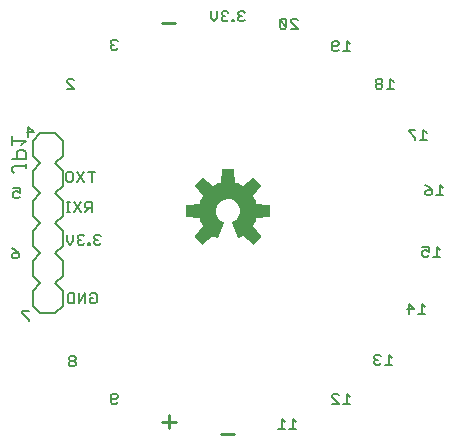
<source format=gbr>
G04 EAGLE Gerber RS-274X export*
G75*
%MOMM*%
%FSLAX34Y34*%
%LPD*%
%INSilkscreen Bottom*%
%IPPOS*%
%AMOC8*
5,1,8,0,0,1.08239X$1,22.5*%
G01*
%ADD10C,0.152400*%
%ADD11C,0.279400*%
%ADD12C,0.203200*%
%ADD13C,0.127000*%

G36*
X21633Y-18154D02*
X21633Y-18154D01*
X21741Y-18144D01*
X21754Y-18138D01*
X21768Y-18136D01*
X21865Y-18088D01*
X21964Y-18043D01*
X21977Y-18032D01*
X21986Y-18028D01*
X22001Y-18012D01*
X22078Y-17950D01*
X28110Y-11918D01*
X28160Y-11847D01*
X28165Y-11843D01*
X28167Y-11839D01*
X28173Y-11830D01*
X28239Y-11744D01*
X28244Y-11731D01*
X28252Y-11719D01*
X28283Y-11616D01*
X28319Y-11513D01*
X28319Y-11499D01*
X28323Y-11486D01*
X28319Y-11378D01*
X28320Y-11269D01*
X28315Y-11256D01*
X28315Y-11242D01*
X28277Y-11140D01*
X28242Y-11038D01*
X28233Y-11023D01*
X28229Y-11014D01*
X28215Y-10997D01*
X28161Y-10915D01*
X21307Y-2509D01*
X22345Y-623D01*
X22353Y-601D01*
X22381Y-549D01*
X23398Y1907D01*
X23404Y1930D01*
X23426Y1985D01*
X24025Y4053D01*
X34815Y5150D01*
X34919Y5178D01*
X35025Y5203D01*
X35037Y5210D01*
X35050Y5213D01*
X35140Y5274D01*
X35233Y5331D01*
X35241Y5342D01*
X35253Y5350D01*
X35319Y5436D01*
X35388Y5520D01*
X35392Y5533D01*
X35401Y5544D01*
X35435Y5647D01*
X35474Y5748D01*
X35475Y5766D01*
X35479Y5775D01*
X35479Y5797D01*
X35488Y5895D01*
X35488Y14425D01*
X35471Y14532D01*
X35457Y14640D01*
X35451Y14652D01*
X35449Y14666D01*
X35397Y14762D01*
X35350Y14859D01*
X35340Y14869D01*
X35334Y14881D01*
X35254Y14955D01*
X35178Y15032D01*
X35166Y15038D01*
X35156Y15048D01*
X35057Y15093D01*
X34960Y15141D01*
X34942Y15145D01*
X34933Y15149D01*
X34912Y15151D01*
X34815Y15170D01*
X24025Y16267D01*
X23426Y18335D01*
X23415Y18356D01*
X23398Y18413D01*
X22381Y20869D01*
X22368Y20889D01*
X22345Y20943D01*
X21307Y22829D01*
X28161Y31235D01*
X28215Y31329D01*
X28272Y31421D01*
X28275Y31434D01*
X28282Y31446D01*
X28303Y31553D01*
X28328Y31658D01*
X28326Y31672D01*
X28329Y31686D01*
X28314Y31793D01*
X28304Y31901D01*
X28298Y31914D01*
X28296Y31928D01*
X28248Y32025D01*
X28203Y32124D01*
X28192Y32137D01*
X28188Y32146D01*
X28172Y32161D01*
X28110Y32238D01*
X22078Y38270D01*
X21990Y38333D01*
X21904Y38399D01*
X21891Y38404D01*
X21879Y38412D01*
X21776Y38443D01*
X21673Y38479D01*
X21659Y38479D01*
X21646Y38483D01*
X21538Y38479D01*
X21429Y38480D01*
X21416Y38475D01*
X21402Y38475D01*
X21300Y38437D01*
X21198Y38402D01*
X21183Y38393D01*
X21174Y38389D01*
X21157Y38375D01*
X21075Y38321D01*
X12669Y31467D01*
X10783Y32505D01*
X10761Y32513D01*
X10709Y32541D01*
X8253Y33558D01*
X8230Y33564D01*
X8175Y33586D01*
X6107Y34185D01*
X5010Y44975D01*
X4982Y45079D01*
X4957Y45185D01*
X4950Y45197D01*
X4947Y45210D01*
X4886Y45300D01*
X4829Y45393D01*
X4818Y45401D01*
X4810Y45413D01*
X4724Y45479D01*
X4640Y45548D01*
X4627Y45552D01*
X4616Y45561D01*
X4513Y45595D01*
X4412Y45634D01*
X4394Y45635D01*
X4385Y45639D01*
X4363Y45639D01*
X4265Y45648D01*
X-4265Y45648D01*
X-4372Y45631D01*
X-4480Y45617D01*
X-4492Y45611D01*
X-4506Y45609D01*
X-4602Y45557D01*
X-4699Y45510D01*
X-4709Y45500D01*
X-4721Y45494D01*
X-4795Y45414D01*
X-4872Y45338D01*
X-4878Y45326D01*
X-4888Y45316D01*
X-4933Y45217D01*
X-4981Y45120D01*
X-4985Y45102D01*
X-4989Y45093D01*
X-4991Y45072D01*
X-5010Y44975D01*
X-6107Y34185D01*
X-8175Y33586D01*
X-8196Y33575D01*
X-8253Y33558D01*
X-10709Y32541D01*
X-10729Y32528D01*
X-10783Y32505D01*
X-12669Y31467D01*
X-21075Y38321D01*
X-21169Y38375D01*
X-21261Y38432D01*
X-21274Y38435D01*
X-21286Y38442D01*
X-21393Y38463D01*
X-21498Y38488D01*
X-21512Y38486D01*
X-21526Y38489D01*
X-21633Y38474D01*
X-21741Y38464D01*
X-21754Y38458D01*
X-21768Y38456D01*
X-21865Y38408D01*
X-21964Y38363D01*
X-21977Y38352D01*
X-21986Y38348D01*
X-22001Y38332D01*
X-22078Y38270D01*
X-28110Y32238D01*
X-28173Y32150D01*
X-28239Y32064D01*
X-28244Y32051D01*
X-28252Y32039D01*
X-28283Y31936D01*
X-28319Y31833D01*
X-28319Y31819D01*
X-28323Y31806D01*
X-28319Y31698D01*
X-28320Y31589D01*
X-28315Y31576D01*
X-28315Y31562D01*
X-28277Y31460D01*
X-28242Y31358D01*
X-28233Y31343D01*
X-28229Y31334D01*
X-28215Y31317D01*
X-28161Y31235D01*
X-21307Y22829D01*
X-22345Y20943D01*
X-22353Y20921D01*
X-22381Y20869D01*
X-23398Y18413D01*
X-23404Y18390D01*
X-23426Y18335D01*
X-24025Y16267D01*
X-34815Y15170D01*
X-34919Y15142D01*
X-35025Y15117D01*
X-35037Y15110D01*
X-35050Y15107D01*
X-35140Y15046D01*
X-35233Y14989D01*
X-35241Y14978D01*
X-35253Y14970D01*
X-35319Y14884D01*
X-35388Y14800D01*
X-35392Y14787D01*
X-35401Y14776D01*
X-35435Y14673D01*
X-35474Y14572D01*
X-35475Y14554D01*
X-35479Y14545D01*
X-35479Y14523D01*
X-35488Y14425D01*
X-35488Y5895D01*
X-35471Y5788D01*
X-35457Y5680D01*
X-35451Y5668D01*
X-35449Y5654D01*
X-35397Y5558D01*
X-35350Y5461D01*
X-35340Y5451D01*
X-35334Y5439D01*
X-35254Y5365D01*
X-35178Y5288D01*
X-35166Y5282D01*
X-35156Y5272D01*
X-35057Y5227D01*
X-34960Y5179D01*
X-34942Y5175D01*
X-34933Y5171D01*
X-34912Y5169D01*
X-34815Y5150D01*
X-24025Y4053D01*
X-23426Y1985D01*
X-23415Y1964D01*
X-23398Y1907D01*
X-22381Y-549D01*
X-22368Y-569D01*
X-22345Y-623D01*
X-21307Y-2509D01*
X-28161Y-10915D01*
X-28215Y-11009D01*
X-28272Y-11101D01*
X-28275Y-11114D01*
X-28282Y-11126D01*
X-28303Y-11233D01*
X-28328Y-11338D01*
X-28326Y-11352D01*
X-28329Y-11366D01*
X-28314Y-11473D01*
X-28304Y-11581D01*
X-28298Y-11594D01*
X-28296Y-11608D01*
X-28248Y-11705D01*
X-28203Y-11804D01*
X-28192Y-11817D01*
X-28188Y-11826D01*
X-28172Y-11841D01*
X-28110Y-11918D01*
X-22078Y-17950D01*
X-21990Y-18013D01*
X-21904Y-18079D01*
X-21891Y-18084D01*
X-21879Y-18092D01*
X-21776Y-18123D01*
X-21673Y-18159D01*
X-21659Y-18159D01*
X-21646Y-18163D01*
X-21538Y-18159D01*
X-21429Y-18160D01*
X-21416Y-18155D01*
X-21402Y-18155D01*
X-21300Y-18117D01*
X-21198Y-18082D01*
X-21183Y-18073D01*
X-21174Y-18069D01*
X-21157Y-18055D01*
X-21075Y-18001D01*
X-12675Y-11152D01*
X-11388Y-11884D01*
X-11369Y-11891D01*
X-11333Y-11912D01*
X-9524Y-12751D01*
X-9486Y-12761D01*
X-9450Y-12780D01*
X-9369Y-12794D01*
X-9289Y-12816D01*
X-9249Y-12814D01*
X-9210Y-12820D01*
X-9128Y-12807D01*
X-9045Y-12802D01*
X-9008Y-12787D01*
X-8969Y-12781D01*
X-8896Y-12742D01*
X-8819Y-12711D01*
X-8789Y-12685D01*
X-8753Y-12666D01*
X-8697Y-12606D01*
X-8634Y-12552D01*
X-8614Y-12517D01*
X-8587Y-12488D01*
X-8517Y-12358D01*
X-3494Y-232D01*
X-3469Y-124D01*
X-3440Y-16D01*
X-3441Y-5D01*
X-3438Y6D01*
X-3449Y116D01*
X-3457Y228D01*
X-3461Y238D01*
X-3462Y249D01*
X-3508Y350D01*
X-3551Y453D01*
X-3558Y461D01*
X-3563Y471D01*
X-3639Y552D01*
X-3713Y636D01*
X-3724Y643D01*
X-3730Y649D01*
X-3747Y658D01*
X-3836Y717D01*
X-5586Y1644D01*
X-7078Y2836D01*
X-8321Y4287D01*
X-9271Y5944D01*
X-9896Y7749D01*
X-10172Y9639D01*
X-10090Y11547D01*
X-9654Y13407D01*
X-8878Y15152D01*
X-7790Y16722D01*
X-6427Y18061D01*
X-4839Y19122D01*
X-3081Y19868D01*
X-1214Y20273D01*
X695Y20321D01*
X2580Y20013D01*
X4375Y19358D01*
X6015Y18379D01*
X7444Y17112D01*
X8611Y15600D01*
X9475Y13897D01*
X10006Y12062D01*
X10186Y10156D01*
X10042Y8454D01*
X9615Y6796D01*
X8915Y5233D01*
X8576Y4725D01*
X8075Y3976D01*
X8075Y3975D01*
X7964Y3809D01*
X6788Y2565D01*
X5420Y1536D01*
X3842Y721D01*
X3750Y652D01*
X3657Y585D01*
X3652Y579D01*
X3646Y575D01*
X3581Y480D01*
X3514Y387D01*
X3512Y380D01*
X3508Y374D01*
X3477Y263D01*
X3443Y154D01*
X3443Y146D01*
X3442Y139D01*
X3447Y25D01*
X3451Y-90D01*
X3454Y-99D01*
X3454Y-105D01*
X3460Y-119D01*
X3494Y-232D01*
X8517Y-12358D01*
X8538Y-12392D01*
X8551Y-12430D01*
X8602Y-12495D01*
X8646Y-12565D01*
X8677Y-12590D01*
X8701Y-12622D01*
X8770Y-12667D01*
X8834Y-12720D01*
X8872Y-12734D01*
X8905Y-12756D01*
X8985Y-12777D01*
X9063Y-12806D01*
X9103Y-12807D01*
X9141Y-12817D01*
X9224Y-12811D01*
X9306Y-12814D01*
X9345Y-12802D01*
X9385Y-12799D01*
X9524Y-12751D01*
X11333Y-11912D01*
X11349Y-11901D01*
X11388Y-11884D01*
X12675Y-11152D01*
X21075Y-18001D01*
X21169Y-18055D01*
X21261Y-18112D01*
X21274Y-18115D01*
X21286Y-18122D01*
X21393Y-18143D01*
X21498Y-18168D01*
X21512Y-18166D01*
X21526Y-18169D01*
X21633Y-18154D01*
G37*
D10*
X-115403Y35052D02*
X-115403Y43695D01*
X-112522Y43695D02*
X-118284Y43695D01*
X-121877Y43695D02*
X-127639Y35052D01*
X-121877Y35052D02*
X-127639Y43695D01*
X-132673Y43695D02*
X-135554Y43695D01*
X-132673Y43695D02*
X-131232Y42255D01*
X-131232Y36493D01*
X-132673Y35052D01*
X-135554Y35052D01*
X-136995Y36493D01*
X-136995Y42255D01*
X-135554Y43695D01*
X-115062Y18295D02*
X-115062Y9652D01*
X-115062Y18295D02*
X-119384Y18295D01*
X-120824Y16855D01*
X-120824Y13974D01*
X-119384Y12533D01*
X-115062Y12533D01*
X-117943Y12533D02*
X-120824Y9652D01*
X-130179Y9652D02*
X-124417Y18295D01*
X-130179Y18295D02*
X-124417Y9652D01*
X-133772Y9652D02*
X-136654Y9652D01*
X-135213Y9652D02*
X-135213Y18295D01*
X-133772Y18295D02*
X-136654Y18295D01*
X-108883Y-9645D02*
X-107442Y-11085D01*
X-108883Y-9645D02*
X-111764Y-9645D01*
X-113204Y-11085D01*
X-113204Y-12526D01*
X-111764Y-13966D01*
X-110323Y-13966D01*
X-111764Y-13966D02*
X-113204Y-15407D01*
X-113204Y-16847D01*
X-111764Y-18288D01*
X-108883Y-18288D01*
X-107442Y-16847D01*
X-116797Y-16847D02*
X-116797Y-18288D01*
X-116797Y-16847D02*
X-118238Y-16847D01*
X-118238Y-18288D01*
X-116797Y-18288D01*
X-121475Y-11085D02*
X-122915Y-9645D01*
X-125796Y-9645D01*
X-127237Y-11085D01*
X-127237Y-12526D01*
X-125796Y-13966D01*
X-124356Y-13966D01*
X-125796Y-13966D02*
X-127237Y-15407D01*
X-127237Y-16847D01*
X-125796Y-18288D01*
X-122915Y-18288D01*
X-121475Y-16847D01*
X-130830Y-15407D02*
X-130830Y-9645D01*
X-130830Y-15407D02*
X-133711Y-18288D01*
X-136592Y-15407D01*
X-136592Y-9645D01*
X-115574Y-59175D02*
X-117014Y-60615D01*
X-115574Y-59175D02*
X-112693Y-59175D01*
X-111252Y-60615D01*
X-111252Y-66377D01*
X-112693Y-67818D01*
X-115574Y-67818D01*
X-117014Y-66377D01*
X-117014Y-63496D01*
X-114133Y-63496D01*
X-120607Y-59175D02*
X-120607Y-67818D01*
X-126369Y-67818D02*
X-120607Y-59175D01*
X-126369Y-59175D02*
X-126369Y-67818D01*
X-129962Y-67818D02*
X-129962Y-59175D01*
X-129962Y-67818D02*
X-134284Y-67818D01*
X-135725Y-66377D01*
X-135725Y-60615D01*
X-134284Y-59175D01*
X-129962Y-59175D01*
X-168914Y73152D02*
X-168914Y81795D01*
X-164592Y77474D01*
X-170354Y77474D01*
X-136064Y113792D02*
X-130302Y113792D01*
X-136064Y119554D01*
X-136064Y120995D01*
X-134624Y122435D01*
X-131743Y122435D01*
X-130302Y120995D01*
X-94913Y155455D02*
X-93472Y154015D01*
X-94913Y155455D02*
X-97794Y155455D01*
X-99234Y154015D01*
X-99234Y152574D01*
X-97794Y151134D01*
X-96353Y151134D01*
X-97794Y151134D02*
X-99234Y149693D01*
X-99234Y148253D01*
X-97794Y146812D01*
X-94913Y146812D01*
X-93472Y148253D01*
D11*
X-55593Y169679D02*
X-44577Y169679D01*
D10*
X13037Y179585D02*
X14478Y178145D01*
X13037Y179585D02*
X10156Y179585D01*
X8716Y178145D01*
X8716Y176704D01*
X10156Y175264D01*
X11597Y175264D01*
X10156Y175264D02*
X8716Y173823D01*
X8716Y172383D01*
X10156Y170942D01*
X13037Y170942D01*
X14478Y172383D01*
X5123Y172383D02*
X5123Y170942D01*
X5123Y172383D02*
X3682Y172383D01*
X3682Y170942D01*
X5123Y170942D01*
X445Y178145D02*
X-995Y179585D01*
X-3876Y179585D01*
X-5317Y178145D01*
X-5317Y176704D01*
X-3876Y175264D01*
X-2436Y175264D01*
X-3876Y175264D02*
X-5317Y173823D01*
X-5317Y172383D01*
X-3876Y170942D01*
X-995Y170942D01*
X445Y172383D01*
X-8910Y173823D02*
X-8910Y179585D01*
X-8910Y173823D02*
X-11791Y170942D01*
X-14672Y173823D01*
X-14672Y179585D01*
X53166Y164592D02*
X58928Y164592D01*
X53166Y170354D01*
X53166Y171795D01*
X54606Y173235D01*
X57487Y173235D01*
X58928Y171795D01*
X49573Y171795D02*
X49573Y166033D01*
X49573Y171795D02*
X48132Y173235D01*
X45251Y173235D01*
X43811Y171795D01*
X43811Y166033D01*
X45251Y164592D01*
X48132Y164592D01*
X49573Y166033D01*
X43811Y171795D01*
X100497Y154185D02*
X103378Y151304D01*
X100497Y154185D02*
X100497Y145542D01*
X103378Y145542D02*
X97616Y145542D01*
X94023Y146983D02*
X92582Y145542D01*
X89701Y145542D01*
X88261Y146983D01*
X88261Y152745D01*
X89701Y154185D01*
X92582Y154185D01*
X94023Y152745D01*
X94023Y151304D01*
X92582Y149864D01*
X88261Y149864D01*
X137327Y122435D02*
X140208Y119554D01*
X137327Y122435D02*
X137327Y113792D01*
X140208Y113792D02*
X134446Y113792D01*
X130853Y120995D02*
X129412Y122435D01*
X126531Y122435D01*
X125091Y120995D01*
X125091Y119554D01*
X126531Y118114D01*
X125091Y116673D01*
X125091Y115233D01*
X126531Y113792D01*
X129412Y113792D01*
X130853Y115233D01*
X130853Y116673D01*
X129412Y118114D01*
X130853Y119554D01*
X130853Y120995D01*
X129412Y118114D02*
X126531Y118114D01*
X165267Y79255D02*
X168148Y76374D01*
X165267Y79255D02*
X165267Y70612D01*
X168148Y70612D02*
X162386Y70612D01*
X158793Y79255D02*
X153031Y79255D01*
X153031Y77815D01*
X158793Y72053D01*
X158793Y70612D01*
X179237Y32265D02*
X182118Y29384D01*
X179237Y32265D02*
X179237Y23622D01*
X182118Y23622D02*
X176356Y23622D01*
X169882Y30825D02*
X167001Y32265D01*
X169882Y30825D02*
X172763Y27944D01*
X172763Y25063D01*
X171322Y23622D01*
X168441Y23622D01*
X167001Y25063D01*
X167001Y26503D01*
X168441Y27944D01*
X172763Y27944D01*
X176697Y-19805D02*
X179578Y-22686D01*
X176697Y-19805D02*
X176697Y-28448D01*
X179578Y-28448D02*
X173816Y-28448D01*
X170223Y-19805D02*
X164461Y-19805D01*
X170223Y-19805D02*
X170223Y-24126D01*
X167342Y-22686D01*
X165901Y-22686D01*
X164461Y-24126D01*
X164461Y-27007D01*
X165901Y-28448D01*
X168782Y-28448D01*
X170223Y-27007D01*
X163997Y-68065D02*
X166878Y-70946D01*
X163997Y-68065D02*
X163997Y-76708D01*
X166878Y-76708D02*
X161116Y-76708D01*
X153201Y-76708D02*
X153201Y-68065D01*
X157523Y-72386D01*
X151761Y-72386D01*
X136057Y-111245D02*
X138938Y-114126D01*
X136057Y-111245D02*
X136057Y-119888D01*
X138938Y-119888D02*
X133176Y-119888D01*
X129583Y-112685D02*
X128142Y-111245D01*
X125261Y-111245D01*
X123821Y-112685D01*
X123821Y-114126D01*
X125261Y-115566D01*
X126702Y-115566D01*
X125261Y-115566D02*
X123821Y-117007D01*
X123821Y-118447D01*
X125261Y-119888D01*
X128142Y-119888D01*
X129583Y-118447D01*
X103378Y-147146D02*
X100497Y-144265D01*
X100497Y-152908D01*
X103378Y-152908D02*
X97616Y-152908D01*
X94023Y-152908D02*
X88261Y-152908D01*
X94023Y-152908D02*
X88261Y-147146D01*
X88261Y-145705D01*
X89701Y-144265D01*
X92582Y-144265D01*
X94023Y-145705D01*
X57658Y-168736D02*
X54777Y-165855D01*
X54777Y-174498D01*
X57658Y-174498D02*
X51896Y-174498D01*
X48303Y-168736D02*
X45422Y-165855D01*
X45422Y-174498D01*
X48303Y-174498D02*
X42541Y-174498D01*
D11*
X-44397Y-168341D02*
X-55413Y-168341D01*
X-49905Y-162833D02*
X-49905Y-173849D01*
X-6063Y-178301D02*
X4953Y-178301D01*
D10*
X-93472Y-151467D02*
X-94913Y-152908D01*
X-97794Y-152908D01*
X-99234Y-151467D01*
X-99234Y-145705D01*
X-97794Y-144265D01*
X-94913Y-144265D01*
X-93472Y-145705D01*
X-93472Y-147146D01*
X-94913Y-148586D01*
X-99234Y-148586D01*
X-129032Y-113955D02*
X-130473Y-112515D01*
X-133354Y-112515D01*
X-134794Y-113955D01*
X-134794Y-115396D01*
X-133354Y-116836D01*
X-134794Y-118277D01*
X-134794Y-119717D01*
X-133354Y-121158D01*
X-130473Y-121158D01*
X-129032Y-119717D01*
X-129032Y-118277D01*
X-130473Y-116836D01*
X-129032Y-115396D01*
X-129032Y-113955D01*
X-130473Y-116836D02*
X-133354Y-116836D01*
X-168402Y-74415D02*
X-174164Y-74415D01*
X-174164Y-75855D01*
X-168402Y-81617D01*
X-168402Y-83058D01*
X-180173Y-22515D02*
X-183054Y-21075D01*
X-180173Y-22515D02*
X-177292Y-25396D01*
X-177292Y-28277D01*
X-178733Y-29718D01*
X-181614Y-29718D01*
X-183054Y-28277D01*
X-183054Y-26837D01*
X-181614Y-25396D01*
X-177292Y-25396D01*
X-176022Y29725D02*
X-181784Y29725D01*
X-176022Y29725D02*
X-176022Y25404D01*
X-178903Y26844D01*
X-180344Y26844D01*
X-181784Y25404D01*
X-181784Y22523D01*
X-180344Y21082D01*
X-177463Y21082D01*
X-176022Y22523D01*
D12*
X-158750Y-50800D02*
X-165100Y-57150D01*
X-165100Y-69850D01*
X-158750Y-76200D01*
X-146050Y-76200D02*
X-139700Y-69850D01*
X-139700Y-57150D01*
X-146050Y-50800D01*
X-165100Y-19050D02*
X-165100Y-6350D01*
X-165100Y-19050D02*
X-158750Y-25400D01*
X-146050Y-25400D02*
X-139700Y-19050D01*
X-158750Y-25400D02*
X-165100Y-31750D01*
X-165100Y-44450D01*
X-158750Y-50800D01*
X-146050Y-50800D02*
X-139700Y-44450D01*
X-139700Y-31750D01*
X-146050Y-25400D01*
X-165100Y19050D02*
X-158750Y25400D01*
X-165100Y19050D02*
X-165100Y6350D01*
X-158750Y0D01*
X-146050Y0D02*
X-139700Y6350D01*
X-139700Y19050D01*
X-146050Y25400D01*
X-158750Y0D02*
X-165100Y-6350D01*
X-146050Y0D02*
X-139700Y-6350D01*
X-139700Y-19050D01*
X-165100Y57150D02*
X-165100Y69850D01*
X-165100Y57150D02*
X-158750Y50800D01*
X-146050Y50800D02*
X-139700Y57150D01*
X-158750Y50800D02*
X-165100Y44450D01*
X-165100Y31750D01*
X-158750Y25400D01*
X-146050Y25400D02*
X-139700Y31750D01*
X-139700Y44450D01*
X-146050Y50800D01*
X-146050Y76200D02*
X-158750Y76200D01*
X-165100Y69850D01*
X-146050Y76200D02*
X-139700Y69850D01*
X-139700Y57150D01*
X-146050Y-76200D02*
X-158750Y-76200D01*
D13*
X-180846Y42515D02*
X-182753Y44422D01*
X-182753Y46328D01*
X-180846Y48235D01*
X-171313Y48235D01*
X-171313Y46328D02*
X-171313Y50142D01*
X-171313Y54209D02*
X-182753Y54209D01*
X-171313Y54209D02*
X-171313Y59929D01*
X-173220Y61836D01*
X-177033Y61836D01*
X-178940Y59929D01*
X-178940Y54209D01*
X-175127Y65903D02*
X-171313Y69716D01*
X-182753Y69716D01*
X-182753Y65903D02*
X-182753Y73529D01*
M02*

</source>
